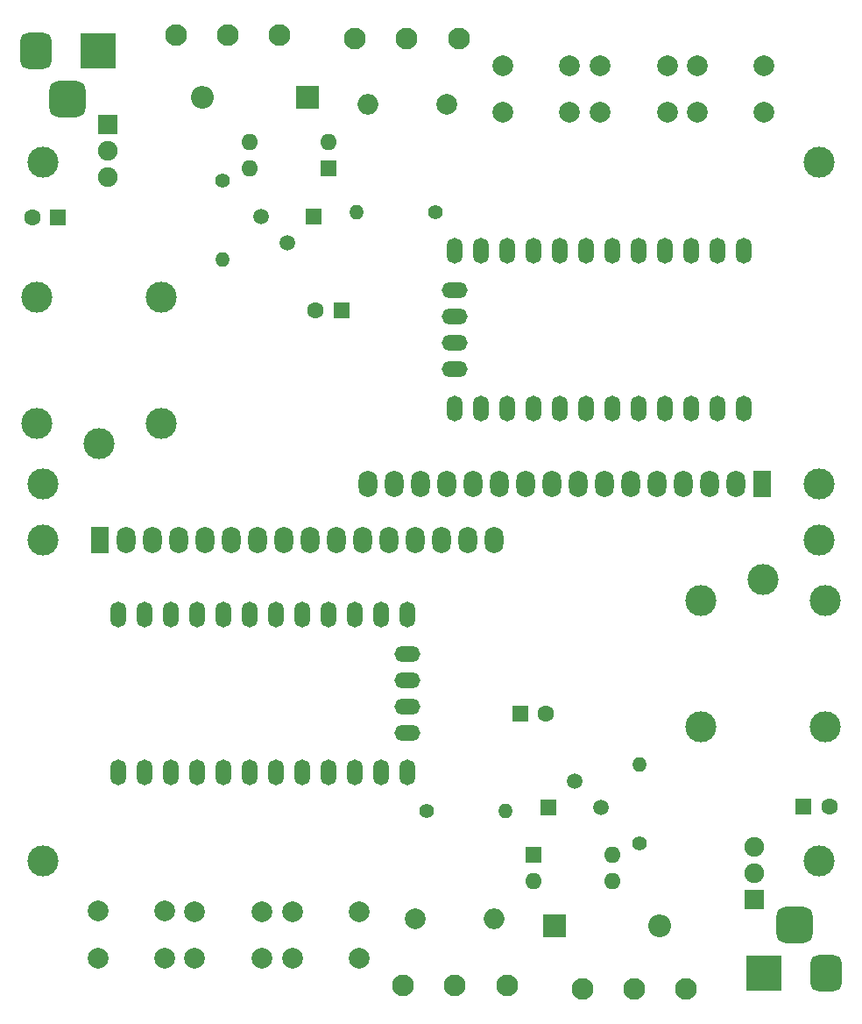
<source format=gbr>
%TF.GenerationSoftware,KiCad,Pcbnew,(6.0.0)*%
%TF.CreationDate,2022-02-01T13:42:31+07:00*%
%TF.ProjectId,egg_pro_mini,6567675f-7072-46f5-9f6d-696e692e6b69,rev?*%
%TF.SameCoordinates,Original*%
%TF.FileFunction,Soldermask,Bot*%
%TF.FilePolarity,Negative*%
%FSLAX46Y46*%
G04 Gerber Fmt 4.6, Leading zero omitted, Abs format (unit mm)*
G04 Created by KiCad (PCBNEW (6.0.0)) date 2022-02-01 13:42:31*
%MOMM*%
%LPD*%
G01*
G04 APERTURE LIST*
G04 Aperture macros list*
%AMRoundRect*
0 Rectangle with rounded corners*
0 $1 Rounding radius*
0 $2 $3 $4 $5 $6 $7 $8 $9 X,Y pos of 4 corners*
0 Add a 4 corners polygon primitive as box body*
4,1,4,$2,$3,$4,$5,$6,$7,$8,$9,$2,$3,0*
0 Add four circle primitives for the rounded corners*
1,1,$1+$1,$2,$3*
1,1,$1+$1,$4,$5*
1,1,$1+$1,$6,$7*
1,1,$1+$1,$8,$9*
0 Add four rect primitives between the rounded corners*
20,1,$1+$1,$2,$3,$4,$5,0*
20,1,$1+$1,$4,$5,$6,$7,0*
20,1,$1+$1,$6,$7,$8,$9,0*
20,1,$1+$1,$8,$9,$2,$3,0*%
G04 Aperture macros list end*
%ADD10C,1.400000*%
%ADD11O,1.400000X1.400000*%
%ADD12C,3.000000*%
%ADD13R,1.800000X2.600000*%
%ADD14O,1.800000X2.600000*%
%ADD15R,1.910000X1.910000*%
%ADD16C,1.910000*%
%ADD17C,2.000000*%
%ADD18C,2.100000*%
%ADD19R,1.600000X1.600000*%
%ADD20O,1.600000X1.600000*%
%ADD21R,2.200000X2.200000*%
%ADD22O,2.200000X2.200000*%
%ADD23R,1.500000X1.500000*%
%ADD24C,1.500000*%
%ADD25R,3.500000X3.500000*%
%ADD26RoundRect,0.750000X-0.750000X-1.000000X0.750000X-1.000000X0.750000X1.000000X-0.750000X1.000000X0*%
%ADD27RoundRect,0.875000X-0.875000X-0.875000X0.875000X-0.875000X0.875000X0.875000X-0.875000X0.875000X0*%
%ADD28O,1.500000X2.500000*%
%ADD29O,2.500000X1.500000*%
%ADD30O,2.000000X2.000000*%
%ADD31C,1.600000*%
%ADD32RoundRect,0.750000X0.750000X1.000000X-0.750000X1.000000X-0.750000X-1.000000X0.750000X-1.000000X0*%
%ADD33RoundRect,0.875000X0.875000X0.875000X-0.875000X0.875000X-0.875000X-0.875000X0.875000X-0.875000X0*%
G04 APERTURE END LIST*
D10*
%TO.C,R2*%
X138965000Y-48590000D03*
D11*
X138965000Y-56210000D03*
%TD*%
D12*
%TO.C,DS1*%
X196633875Y-46854300D03*
X121635295Y-46854300D03*
X121634775Y-77855000D03*
X196633875Y-77855000D03*
D13*
X191134775Y-77855000D03*
D14*
X188594775Y-77855000D03*
X186054775Y-77855000D03*
X183514775Y-77855000D03*
X180974775Y-77855000D03*
X178434775Y-77855000D03*
X175894775Y-77855000D03*
X173354775Y-77855000D03*
X170814775Y-77855000D03*
X168274775Y-77855000D03*
X165734775Y-77855000D03*
X163194775Y-77855000D03*
X160654775Y-77855000D03*
X158114775Y-77855000D03*
X155574775Y-77855000D03*
X153034775Y-77855000D03*
%TD*%
D15*
%TO.C,U3*%
X127857000Y-43150000D03*
D16*
X127857000Y-45700000D03*
X127857000Y-48250000D03*
%TD*%
D17*
%TO.C,SW3*%
X172545000Y-37490000D03*
X166045000Y-37490000D03*
X172545000Y-41990000D03*
X166045000Y-41990000D03*
%TD*%
D12*
%TO.C,K1*%
X127035000Y-74030000D03*
X133035000Y-59830000D03*
X121035000Y-59830000D03*
X121035000Y-72030000D03*
X133035000Y-72030000D03*
%TD*%
D17*
%TO.C,SW2*%
X181965000Y-37500000D03*
X175465000Y-37500000D03*
X175465000Y-42000000D03*
X181965000Y-42000000D03*
%TD*%
%TO.C,SW1*%
X184835000Y-37510000D03*
X191335000Y-37510000D03*
X184835000Y-42010000D03*
X191335000Y-42010000D03*
%TD*%
D18*
%TO.C,J1*%
X161805000Y-34880000D03*
X156805000Y-34880000D03*
X151805000Y-34880000D03*
%TD*%
D19*
%TO.C,U1*%
X149265000Y-47425000D03*
D20*
X149265000Y-44885000D03*
X141645000Y-44885000D03*
X141645000Y-47425000D03*
%TD*%
D21*
%TO.C,D1*%
X147225000Y-40570000D03*
D22*
X137065000Y-40570000D03*
%TD*%
D18*
%TO.C,J2*%
X144495000Y-34530000D03*
X139495000Y-34530000D03*
X134495000Y-34530000D03*
%TD*%
D10*
%TO.C,R1*%
X159535000Y-51670000D03*
D11*
X151915000Y-51670000D03*
%TD*%
D23*
%TO.C,Q1*%
X147755000Y-52050000D03*
D24*
X145215000Y-54590000D03*
X142675000Y-52050000D03*
%TD*%
D25*
%TO.C,J3*%
X126965000Y-36032500D03*
D26*
X120965000Y-36032500D03*
D27*
X123965000Y-40732500D03*
%TD*%
D28*
%TO.C,U2*%
X161435000Y-70630000D03*
X163975000Y-70630000D03*
X166515000Y-70630000D03*
X169055000Y-70630000D03*
X171595000Y-70630000D03*
X174135000Y-70630000D03*
X176675000Y-70630000D03*
X179215000Y-70630000D03*
X181755000Y-70630000D03*
X184295000Y-70630000D03*
X186835000Y-70630000D03*
X189375000Y-70630000D03*
X189375000Y-55390000D03*
X186835000Y-55390000D03*
X184295000Y-55390000D03*
X181755000Y-55390000D03*
X179215000Y-55390000D03*
X176675000Y-55390000D03*
X174135000Y-55390000D03*
X171595000Y-55390000D03*
X169055000Y-55390000D03*
X166515000Y-55390000D03*
X163975000Y-55390000D03*
X161435000Y-55390000D03*
D29*
X161435000Y-59200000D03*
X161435000Y-61740000D03*
X161435000Y-64280000D03*
X161435000Y-66820000D03*
%TD*%
D17*
%TO.C,R3*%
X160685000Y-41250000D03*
D30*
X153065000Y-41250000D03*
%TD*%
D19*
%TO.C,C3*%
X150500112Y-61120000D03*
D31*
X148000112Y-61120000D03*
%TD*%
D19*
%TO.C,C1*%
X123110112Y-52160000D03*
D31*
X120610112Y-52160000D03*
%TD*%
D10*
%TO.C,R2*%
X179305000Y-112575000D03*
D11*
X179305000Y-104955000D03*
%TD*%
D17*
%TO.C,SW3*%
X145725000Y-123675000D03*
X152225000Y-123675000D03*
X145725000Y-119175000D03*
X152225000Y-119175000D03*
%TD*%
%TO.C,R3*%
X157585000Y-119915000D03*
D30*
X165205000Y-119915000D03*
%TD*%
D28*
%TO.C,U2*%
X156835000Y-90535000D03*
X154295000Y-90535000D03*
X151755000Y-90535000D03*
X149215000Y-90535000D03*
X146675000Y-90535000D03*
X144135000Y-90535000D03*
X141595000Y-90535000D03*
X139055000Y-90535000D03*
X136515000Y-90535000D03*
X133975000Y-90535000D03*
X131435000Y-90535000D03*
X128895000Y-90535000D03*
X128895000Y-105775000D03*
X131435000Y-105775000D03*
X133975000Y-105775000D03*
X136515000Y-105775000D03*
X139055000Y-105775000D03*
X141595000Y-105775000D03*
X144135000Y-105775000D03*
X146675000Y-105775000D03*
X149215000Y-105775000D03*
X151755000Y-105775000D03*
X154295000Y-105775000D03*
X156835000Y-105775000D03*
D29*
X156835000Y-101965000D03*
X156835000Y-99425000D03*
X156835000Y-96885000D03*
X156835000Y-94345000D03*
%TD*%
D15*
%TO.C,U3*%
X190413000Y-118015000D03*
D16*
X190413000Y-115465000D03*
X190413000Y-112915000D03*
%TD*%
D12*
%TO.C,DS1*%
X121636125Y-114310700D03*
X196634705Y-114310700D03*
X196635225Y-83310000D03*
X121636125Y-83310000D03*
D13*
X127135225Y-83310000D03*
D14*
X129675225Y-83310000D03*
X132215225Y-83310000D03*
X134755225Y-83310000D03*
X137295225Y-83310000D03*
X139835225Y-83310000D03*
X142375225Y-83310000D03*
X144915225Y-83310000D03*
X147455225Y-83310000D03*
X149995225Y-83310000D03*
X152535225Y-83310000D03*
X155075225Y-83310000D03*
X157615225Y-83310000D03*
X160155225Y-83310000D03*
X162695225Y-83310000D03*
X165235225Y-83310000D03*
%TD*%
D25*
%TO.C,J3*%
X191305000Y-125132500D03*
D32*
X197305000Y-125132500D03*
D33*
X194305000Y-120432500D03*
%TD*%
D23*
%TO.C,Q1*%
X170515000Y-109115000D03*
D24*
X173055000Y-106575000D03*
X175595000Y-109115000D03*
%TD*%
D10*
%TO.C,R1*%
X158735000Y-109495000D03*
D11*
X166355000Y-109495000D03*
%TD*%
D18*
%TO.C,J2*%
X173775000Y-126635000D03*
X178775000Y-126635000D03*
X183775000Y-126635000D03*
%TD*%
D21*
%TO.C,D1*%
X171045000Y-120595000D03*
D22*
X181205000Y-120595000D03*
%TD*%
D19*
%TO.C,U1*%
X169005000Y-113740000D03*
D20*
X169005000Y-116280000D03*
X176625000Y-116280000D03*
X176625000Y-113740000D03*
%TD*%
D18*
%TO.C,J1*%
X156465000Y-126285000D03*
X161465000Y-126285000D03*
X166465000Y-126285000D03*
%TD*%
D17*
%TO.C,SW1*%
X133435000Y-123655000D03*
X126935000Y-123655000D03*
X133435000Y-119155000D03*
X126935000Y-119155000D03*
%TD*%
%TO.C,SW2*%
X136305000Y-123665000D03*
X142805000Y-123665000D03*
X142805000Y-119165000D03*
X136305000Y-119165000D03*
%TD*%
D12*
%TO.C,K1*%
X191235000Y-87135000D03*
X185235000Y-101335000D03*
X197235000Y-101335000D03*
X197235000Y-89135000D03*
X185235000Y-89135000D03*
%TD*%
D19*
%TO.C,C3*%
X167769888Y-100045000D03*
D31*
X170269888Y-100045000D03*
%TD*%
D19*
%TO.C,C1*%
X195159888Y-109005000D03*
D31*
X197659888Y-109005000D03*
%TD*%
M02*

</source>
